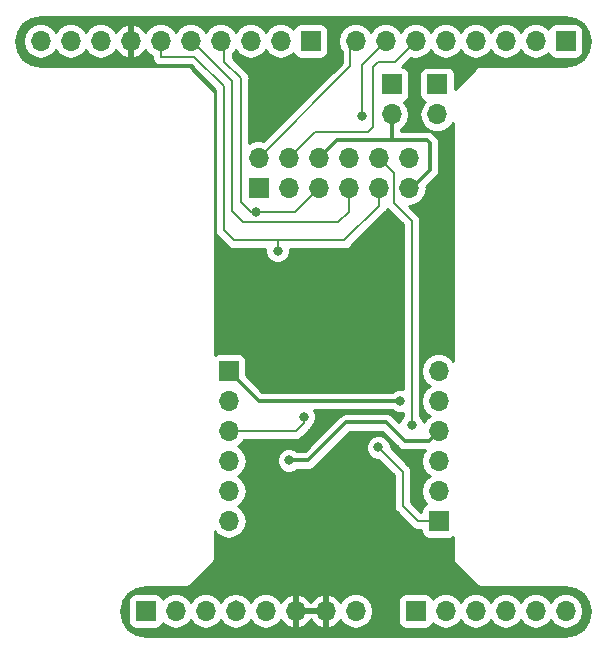
<source format=gbl>
G04 #@! TF.GenerationSoftware,KiCad,Pcbnew,(2018-01-23 revision c95c77c51)-master*
G04 #@! TF.CreationDate,2018-01-29T11:30:05+01:00*
G04 #@! TF.ProjectId,rpi_mrf_radio_shield,7270695F6D72665F726164696F5F7368,rev?*
G04 #@! TF.SameCoordinates,Original*
G04 #@! TF.FileFunction,Copper,L2,Bot,Signal*
G04 #@! TF.FilePolarity,Positive*
%FSLAX46Y46*%
G04 Gerber Fmt 4.6, Leading zero omitted, Abs format (unit mm)*
G04 Created by KiCad (PCBNEW (2018-01-23 revision c95c77c51)-master) date Mon Jan 29 11:30:05 2018*
%MOMM*%
%LPD*%
G01*
G04 APERTURE LIST*
%ADD10R,1.700000X1.700000*%
%ADD11O,1.700000X1.700000*%
%ADD12C,0.685800*%
%ADD13C,0.800000*%
%ADD14C,0.203200*%
%ADD15C,0.304800*%
%ADD16C,0.254000*%
G04 APERTURE END LIST*
D10*
X162001100Y-136113600D03*
D11*
X164541100Y-136113600D03*
X167081100Y-136113600D03*
X169621100Y-136113600D03*
X172161100Y-136113600D03*
X174701100Y-136113600D03*
D10*
X146176900Y-115793600D03*
D11*
X146176900Y-118333600D03*
X146176900Y-120873600D03*
X146176900Y-123413600D03*
X146176900Y-125953600D03*
X146176900Y-128493600D03*
X163956900Y-115793600D03*
X163956900Y-118333600D03*
X163956900Y-120873600D03*
X163956900Y-123413600D03*
X163956900Y-125953600D03*
D10*
X163956900Y-128493600D03*
D11*
X159969100Y-94076600D03*
D10*
X159969100Y-91536600D03*
X139141100Y-136113600D03*
D11*
X141681100Y-136113600D03*
X144221100Y-136113600D03*
X146761100Y-136113600D03*
X149301100Y-136113600D03*
X151841100Y-136113600D03*
X154381100Y-136113600D03*
X156921100Y-136113600D03*
D10*
X153111100Y-87853600D03*
D11*
X150571100Y-87853600D03*
X148031100Y-87853600D03*
X145491100Y-87853600D03*
X142951100Y-87853600D03*
X140411100Y-87853600D03*
X137871100Y-87853600D03*
X135331100Y-87853600D03*
X132791100Y-87853600D03*
X130251100Y-87853600D03*
D10*
X174701100Y-87853600D03*
D11*
X172161100Y-87853600D03*
X169621100Y-87853600D03*
X167081100Y-87853600D03*
X164541100Y-87853600D03*
X162001100Y-87853600D03*
X159461100Y-87853600D03*
X156921100Y-87853600D03*
D10*
X148729600Y-100299600D03*
D11*
X148729600Y-97759600D03*
X151269600Y-100299600D03*
X151269600Y-97759600D03*
X153809600Y-100299600D03*
X153809600Y-97759600D03*
X156349600Y-100299600D03*
X156349600Y-97759600D03*
X158889600Y-100299600D03*
X158889600Y-97759600D03*
X161429600Y-100299600D03*
X161429600Y-97759600D03*
X163829900Y-94076600D03*
D10*
X163829900Y-91536600D03*
D12*
X160181210Y-105760600D03*
X160524100Y-110967600D03*
X154605900Y-120238600D03*
X155240900Y-124429600D03*
X164384900Y-132760800D03*
X163829900Y-111983600D03*
D13*
X158847700Y-122270600D03*
X151278500Y-123362800D03*
D12*
X163829900Y-105379600D03*
X163829900Y-102204600D03*
X159384900Y-136240600D03*
X149932300Y-127503000D03*
X146430900Y-131287600D03*
X158368900Y-127858600D03*
X145922900Y-111602600D03*
X145922900Y-108427600D03*
X154685900Y-112745600D03*
X156590900Y-106903600D03*
X153415900Y-106014600D03*
X160625700Y-113710800D03*
X152526900Y-107665600D03*
X145922900Y-106141600D03*
X155905100Y-110967600D03*
D13*
X161670900Y-120365600D03*
X152526900Y-119673410D03*
X157429100Y-94203600D03*
X148475598Y-102331600D03*
X150317100Y-105633600D03*
X160654894Y-118333600D03*
D14*
X162200500Y-128493600D02*
X160905100Y-127198200D01*
X160905100Y-127198200D02*
X160905100Y-124328000D01*
X163956900Y-128493600D02*
X162200500Y-128493600D01*
X160905100Y-124328000D02*
X158847700Y-122270600D01*
D15*
X163956900Y-120873600D02*
X163106901Y-121723599D01*
X163106901Y-121723599D02*
X161096793Y-121723599D01*
X161096793Y-121723599D02*
X159521793Y-120148599D01*
X159521793Y-120148599D02*
X156150586Y-120148599D01*
X151844185Y-123362800D02*
X151278500Y-123362800D01*
X156150586Y-120148599D02*
X152936385Y-123362800D01*
X152936385Y-123362800D02*
X151844185Y-123362800D01*
X146761100Y-136113600D02*
X146761100Y-135373200D01*
D14*
X158889600Y-97759600D02*
X160159600Y-99029600D01*
X160159600Y-99029600D02*
X160159600Y-101569600D01*
X160159600Y-101569600D02*
X161670900Y-103080900D01*
X161670900Y-119799915D02*
X161670900Y-120365600D01*
X161670900Y-103080900D02*
X161670900Y-119799915D01*
X151891900Y-120873600D02*
X152526900Y-120238600D01*
X152526900Y-120238600D02*
X152526900Y-119673410D01*
X146176900Y-120873600D02*
X151891900Y-120873600D01*
X157429100Y-93637915D02*
X157429100Y-94203600D01*
X157429100Y-89885600D02*
X157429100Y-93637915D01*
X159461100Y-87853600D02*
X157429100Y-89885600D01*
X156476600Y-90012600D02*
X156476600Y-88298100D01*
X148729600Y-97759600D02*
X156476600Y-90012600D01*
X156476600Y-88298100D02*
X156921100Y-87853600D01*
X145796000Y-88158500D02*
X145796000Y-89598500D01*
X148031100Y-102331600D02*
X148475598Y-102331600D01*
X145491100Y-87853600D02*
X145796000Y-88158500D01*
X145796000Y-89598500D02*
X147205600Y-91008100D01*
X147205600Y-101506100D02*
X148031100Y-102331600D01*
X147205600Y-91008100D02*
X147205600Y-101506100D01*
X153809600Y-100299600D02*
X151777600Y-102331600D01*
X149041283Y-102331600D02*
X148475598Y-102331600D01*
X151777600Y-102331600D02*
X149041283Y-102331600D01*
X155968600Y-104744600D02*
X158889600Y-101823600D01*
X150317100Y-104744600D02*
X155968600Y-104744600D01*
X158889600Y-101823600D02*
X158889600Y-100299600D01*
X146634100Y-104744600D02*
X145745100Y-103855600D01*
X145745100Y-91663600D02*
X143255900Y-89174400D01*
X150317100Y-104744600D02*
X146634100Y-104744600D01*
X145745100Y-103855600D02*
X145745100Y-91663600D01*
X143255900Y-89174400D02*
X140411100Y-89174400D01*
X140411100Y-89174400D02*
X140411100Y-87853600D01*
X150317100Y-105633600D02*
X150317100Y-104744600D01*
X155460600Y-103220600D02*
X156349600Y-102331600D01*
X147396100Y-103220600D02*
X155460600Y-103220600D01*
X146443600Y-102268100D02*
X147396100Y-103220600D01*
X146443600Y-91244500D02*
X146443600Y-102268100D01*
X142951100Y-87853600D02*
X143052700Y-87853600D01*
X143052700Y-87853600D02*
X146443600Y-91244500D01*
X156349600Y-102331600D02*
X156349600Y-100299600D01*
X158000600Y-95537100D02*
X153492100Y-95537100D01*
X158381600Y-95156100D02*
X158000600Y-95537100D01*
X158381600Y-90076100D02*
X158381600Y-95156100D01*
X158826100Y-89631600D02*
X158381600Y-90076100D01*
X162001100Y-87853600D02*
X160223100Y-89631600D01*
X160223100Y-89631600D02*
X158826100Y-89631600D01*
X153492100Y-95537100D02*
X151269600Y-97759600D01*
X140563500Y-87853600D02*
X140411100Y-87853600D01*
X143078100Y-87853600D02*
X142951100Y-87853600D01*
D15*
X159969100Y-96235600D02*
X159969100Y-94076600D01*
X148716900Y-118333600D02*
X160019900Y-118333600D01*
X160019900Y-118333600D02*
X160654894Y-118333600D01*
X146176900Y-115793600D02*
X148716900Y-118333600D01*
X155333600Y-96235600D02*
X159969100Y-96235600D01*
X159969100Y-96235600D02*
X162953600Y-96235600D01*
X153809600Y-97759600D02*
X155333600Y-96235600D01*
X162953600Y-96235600D02*
X163207600Y-96489600D01*
X163207600Y-96489600D02*
X163207600Y-98775600D01*
X163207600Y-98775600D02*
X161683600Y-100299600D01*
X161683600Y-100299600D02*
X161429600Y-100299600D01*
D16*
G36*
X160068614Y-119211031D02*
X160449020Y-119368600D01*
X160860768Y-119368600D01*
X160934301Y-119338142D01*
X160934301Y-119638488D01*
X160793469Y-119779320D01*
X160638996Y-120152251D01*
X160133409Y-119646664D01*
X160089477Y-119580915D01*
X159829021Y-119406884D01*
X159599345Y-119361199D01*
X159599344Y-119361199D01*
X159521793Y-119345773D01*
X159444242Y-119361199D01*
X156228137Y-119361199D01*
X156150586Y-119345773D01*
X156073035Y-119361199D01*
X156073034Y-119361199D01*
X155843358Y-119406884D01*
X155582902Y-119580915D01*
X155538972Y-119646661D01*
X152610234Y-122575400D01*
X151954811Y-122575400D01*
X151864780Y-122485369D01*
X151484374Y-122327800D01*
X151072626Y-122327800D01*
X150692220Y-122485369D01*
X150401069Y-122776520D01*
X150243500Y-123156926D01*
X150243500Y-123568674D01*
X150401069Y-123949080D01*
X150692220Y-124240231D01*
X151072626Y-124397800D01*
X151484374Y-124397800D01*
X151864780Y-124240231D01*
X151954811Y-124150200D01*
X152858834Y-124150200D01*
X152936385Y-124165626D01*
X153013936Y-124150200D01*
X153013937Y-124150200D01*
X153243613Y-124104515D01*
X153504069Y-123930484D01*
X153548001Y-123864735D01*
X156476738Y-120935999D01*
X159195642Y-120935999D01*
X160485179Y-122225537D01*
X160529109Y-122291283D01*
X160789565Y-122465314D01*
X161019241Y-122510999D01*
X161096792Y-122526425D01*
X161174343Y-122510999D01*
X162774005Y-122510999D01*
X162558061Y-122834182D01*
X162442808Y-123413600D01*
X162558061Y-123993018D01*
X162886275Y-124484225D01*
X163184661Y-124683600D01*
X162886275Y-124882975D01*
X162558061Y-125374182D01*
X162442808Y-125953600D01*
X162558061Y-126533018D01*
X162886275Y-127024225D01*
X162904519Y-127036416D01*
X162859135Y-127045443D01*
X162649091Y-127185791D01*
X162508743Y-127395835D01*
X162459460Y-127643600D01*
X162459460Y-127710850D01*
X161641700Y-126893091D01*
X161641700Y-124400540D01*
X161656129Y-124328000D01*
X161641700Y-124255459D01*
X161641700Y-124255456D01*
X161598961Y-124040593D01*
X161537814Y-123949080D01*
X161477251Y-123858441D01*
X161477249Y-123858439D01*
X161436158Y-123796942D01*
X161374660Y-123755850D01*
X159882700Y-122263891D01*
X159882700Y-122064726D01*
X159725131Y-121684320D01*
X159433980Y-121393169D01*
X159053574Y-121235600D01*
X158641826Y-121235600D01*
X158261420Y-121393169D01*
X157970269Y-121684320D01*
X157812700Y-122064726D01*
X157812700Y-122476474D01*
X157970269Y-122856880D01*
X158261420Y-123148031D01*
X158641826Y-123305600D01*
X158840991Y-123305600D01*
X160168501Y-124633111D01*
X160168500Y-127125660D01*
X160154071Y-127198200D01*
X160168500Y-127270740D01*
X160168500Y-127270743D01*
X160211239Y-127485606D01*
X160374042Y-127729258D01*
X160435542Y-127770351D01*
X161628350Y-128963160D01*
X161669442Y-129024658D01*
X161730939Y-129065749D01*
X161730941Y-129065751D01*
X161913093Y-129187461D01*
X162127956Y-129230200D01*
X162127959Y-129230200D01*
X162200499Y-129244629D01*
X162273040Y-129230200D01*
X162459460Y-129230200D01*
X162459460Y-129343600D01*
X162508743Y-129591365D01*
X162649091Y-129801409D01*
X162859135Y-129941757D01*
X163106900Y-129991040D01*
X164806900Y-129991040D01*
X165054665Y-129941757D01*
X165152001Y-129876719D01*
X165152001Y-130549574D01*
X165152000Y-131565575D01*
X165138091Y-131635500D01*
X165152000Y-131705424D01*
X165152000Y-131705425D01*
X165193195Y-131912527D01*
X165350119Y-132147380D01*
X165409402Y-132186992D01*
X167025008Y-133802599D01*
X167064619Y-133861881D01*
X167299472Y-134018805D01*
X167506574Y-134060000D01*
X167506578Y-134060000D01*
X167576499Y-134073908D01*
X167646420Y-134060000D01*
X174618569Y-134060000D01*
X175480690Y-134231486D01*
X176152275Y-134680225D01*
X176601013Y-135351809D01*
X176758590Y-136144000D01*
X176601013Y-136936191D01*
X176152275Y-137607775D01*
X175480690Y-138056514D01*
X174618569Y-138228000D01*
X139198431Y-138228000D01*
X138336309Y-138056513D01*
X137664725Y-137607775D01*
X137215986Y-136936190D01*
X137058410Y-136144000D01*
X137215986Y-135351810D01*
X137274926Y-135263600D01*
X137643660Y-135263600D01*
X137643660Y-136963600D01*
X137692943Y-137211365D01*
X137833291Y-137421409D01*
X138043335Y-137561757D01*
X138291100Y-137611040D01*
X139991100Y-137611040D01*
X140238865Y-137561757D01*
X140448909Y-137421409D01*
X140589257Y-137211365D01*
X140598284Y-137165981D01*
X140610475Y-137184225D01*
X141101682Y-137512439D01*
X141534844Y-137598600D01*
X141827356Y-137598600D01*
X142260518Y-137512439D01*
X142751725Y-137184225D01*
X142951100Y-136885839D01*
X143150475Y-137184225D01*
X143641682Y-137512439D01*
X144074844Y-137598600D01*
X144367356Y-137598600D01*
X144800518Y-137512439D01*
X145291725Y-137184225D01*
X145491100Y-136885839D01*
X145690475Y-137184225D01*
X146181682Y-137512439D01*
X146614844Y-137598600D01*
X146907356Y-137598600D01*
X147340518Y-137512439D01*
X147831725Y-137184225D01*
X148031100Y-136885839D01*
X148230475Y-137184225D01*
X148721682Y-137512439D01*
X149154844Y-137598600D01*
X149447356Y-137598600D01*
X149880518Y-137512439D01*
X150371725Y-137184225D01*
X150584943Y-136865122D01*
X150645917Y-136994958D01*
X151074176Y-137385245D01*
X151484210Y-137555076D01*
X151714100Y-137433755D01*
X151714100Y-136240600D01*
X151968100Y-136240600D01*
X151968100Y-137433755D01*
X152197990Y-137555076D01*
X152608024Y-137385245D01*
X153036283Y-136994958D01*
X153111100Y-136835646D01*
X153185917Y-136994958D01*
X153614176Y-137385245D01*
X154024210Y-137555076D01*
X154254100Y-137433755D01*
X154254100Y-136240600D01*
X151968100Y-136240600D01*
X151714100Y-136240600D01*
X151694100Y-136240600D01*
X151694100Y-135986600D01*
X151714100Y-135986600D01*
X151714100Y-134793445D01*
X151968100Y-134793445D01*
X151968100Y-135986600D01*
X154254100Y-135986600D01*
X154254100Y-134793445D01*
X154508100Y-134793445D01*
X154508100Y-135986600D01*
X154528100Y-135986600D01*
X154528100Y-136240600D01*
X154508100Y-136240600D01*
X154508100Y-137433755D01*
X154737990Y-137555076D01*
X155148024Y-137385245D01*
X155576283Y-136994958D01*
X155637257Y-136865122D01*
X155850475Y-137184225D01*
X156341682Y-137512439D01*
X156774844Y-137598600D01*
X157067356Y-137598600D01*
X157500518Y-137512439D01*
X157991725Y-137184225D01*
X158319939Y-136693018D01*
X158435192Y-136113600D01*
X158319939Y-135534182D01*
X158139142Y-135263600D01*
X160503660Y-135263600D01*
X160503660Y-136963600D01*
X160552943Y-137211365D01*
X160693291Y-137421409D01*
X160903335Y-137561757D01*
X161151100Y-137611040D01*
X162851100Y-137611040D01*
X163098865Y-137561757D01*
X163308909Y-137421409D01*
X163449257Y-137211365D01*
X163458284Y-137165981D01*
X163470475Y-137184225D01*
X163961682Y-137512439D01*
X164394844Y-137598600D01*
X164687356Y-137598600D01*
X165120518Y-137512439D01*
X165611725Y-137184225D01*
X165811100Y-136885839D01*
X166010475Y-137184225D01*
X166501682Y-137512439D01*
X166934844Y-137598600D01*
X167227356Y-137598600D01*
X167660518Y-137512439D01*
X168151725Y-137184225D01*
X168351100Y-136885839D01*
X168550475Y-137184225D01*
X169041682Y-137512439D01*
X169474844Y-137598600D01*
X169767356Y-137598600D01*
X170200518Y-137512439D01*
X170691725Y-137184225D01*
X170891100Y-136885839D01*
X171090475Y-137184225D01*
X171581682Y-137512439D01*
X172014844Y-137598600D01*
X172307356Y-137598600D01*
X172740518Y-137512439D01*
X173231725Y-137184225D01*
X173431100Y-136885839D01*
X173630475Y-137184225D01*
X174121682Y-137512439D01*
X174554844Y-137598600D01*
X174847356Y-137598600D01*
X175280518Y-137512439D01*
X175771725Y-137184225D01*
X176099939Y-136693018D01*
X176215192Y-136113600D01*
X176099939Y-135534182D01*
X175771725Y-135042975D01*
X175280518Y-134714761D01*
X174847356Y-134628600D01*
X174554844Y-134628600D01*
X174121682Y-134714761D01*
X173630475Y-135042975D01*
X173431100Y-135341361D01*
X173231725Y-135042975D01*
X172740518Y-134714761D01*
X172307356Y-134628600D01*
X172014844Y-134628600D01*
X171581682Y-134714761D01*
X171090475Y-135042975D01*
X170891100Y-135341361D01*
X170691725Y-135042975D01*
X170200518Y-134714761D01*
X169767356Y-134628600D01*
X169474844Y-134628600D01*
X169041682Y-134714761D01*
X168550475Y-135042975D01*
X168351100Y-135341361D01*
X168151725Y-135042975D01*
X167660518Y-134714761D01*
X167227356Y-134628600D01*
X166934844Y-134628600D01*
X166501682Y-134714761D01*
X166010475Y-135042975D01*
X165811100Y-135341361D01*
X165611725Y-135042975D01*
X165120518Y-134714761D01*
X164687356Y-134628600D01*
X164394844Y-134628600D01*
X163961682Y-134714761D01*
X163470475Y-135042975D01*
X163458284Y-135061219D01*
X163449257Y-135015835D01*
X163308909Y-134805791D01*
X163098865Y-134665443D01*
X162851100Y-134616160D01*
X161151100Y-134616160D01*
X160903335Y-134665443D01*
X160693291Y-134805791D01*
X160552943Y-135015835D01*
X160503660Y-135263600D01*
X158139142Y-135263600D01*
X157991725Y-135042975D01*
X157500518Y-134714761D01*
X157067356Y-134628600D01*
X156774844Y-134628600D01*
X156341682Y-134714761D01*
X155850475Y-135042975D01*
X155637257Y-135362078D01*
X155576283Y-135232242D01*
X155148024Y-134841955D01*
X154737990Y-134672124D01*
X154508100Y-134793445D01*
X154254100Y-134793445D01*
X154024210Y-134672124D01*
X153614176Y-134841955D01*
X153185917Y-135232242D01*
X153111100Y-135391554D01*
X153036283Y-135232242D01*
X152608024Y-134841955D01*
X152197990Y-134672124D01*
X151968100Y-134793445D01*
X151714100Y-134793445D01*
X151484210Y-134672124D01*
X151074176Y-134841955D01*
X150645917Y-135232242D01*
X150584943Y-135362078D01*
X150371725Y-135042975D01*
X149880518Y-134714761D01*
X149447356Y-134628600D01*
X149154844Y-134628600D01*
X148721682Y-134714761D01*
X148230475Y-135042975D01*
X148031100Y-135341361D01*
X147831725Y-135042975D01*
X147340518Y-134714761D01*
X147130413Y-134672969D01*
X147068328Y-134631485D01*
X146761100Y-134570374D01*
X146453873Y-134631485D01*
X146391789Y-134672968D01*
X146181682Y-134714761D01*
X145690475Y-135042975D01*
X145491100Y-135341361D01*
X145291725Y-135042975D01*
X144800518Y-134714761D01*
X144367356Y-134628600D01*
X144074844Y-134628600D01*
X143641682Y-134714761D01*
X143150475Y-135042975D01*
X142951100Y-135341361D01*
X142751725Y-135042975D01*
X142260518Y-134714761D01*
X141827356Y-134628600D01*
X141534844Y-134628600D01*
X141101682Y-134714761D01*
X140610475Y-135042975D01*
X140598284Y-135061219D01*
X140589257Y-135015835D01*
X140448909Y-134805791D01*
X140238865Y-134665443D01*
X139991100Y-134616160D01*
X138291100Y-134616160D01*
X138043335Y-134665443D01*
X137833291Y-134805791D01*
X137692943Y-135015835D01*
X137643660Y-135263600D01*
X137274926Y-135263600D01*
X137664725Y-134680225D01*
X138336309Y-134231487D01*
X139198431Y-134060000D01*
X142487576Y-134060000D01*
X142557500Y-134073909D01*
X142627424Y-134060000D01*
X142627426Y-134060000D01*
X142834528Y-134018805D01*
X143069381Y-133861881D01*
X143108994Y-133802596D01*
X144724601Y-132186990D01*
X144783880Y-132147381D01*
X144940805Y-131912528D01*
X144982000Y-131705426D01*
X144982000Y-131705422D01*
X144995908Y-131635501D01*
X144982000Y-131565580D01*
X144982000Y-129378234D01*
X145106275Y-129564225D01*
X145597482Y-129892439D01*
X146030644Y-129978600D01*
X146323156Y-129978600D01*
X146756318Y-129892439D01*
X147247525Y-129564225D01*
X147575739Y-129073018D01*
X147690992Y-128493600D01*
X147575739Y-127914182D01*
X147247525Y-127422975D01*
X146949139Y-127223600D01*
X147247525Y-127024225D01*
X147575739Y-126533018D01*
X147690992Y-125953600D01*
X147575739Y-125374182D01*
X147247525Y-124882975D01*
X146949139Y-124683600D01*
X147247525Y-124484225D01*
X147575739Y-123993018D01*
X147690992Y-123413600D01*
X147575739Y-122834182D01*
X147247525Y-122342975D01*
X146949139Y-122143600D01*
X147247525Y-121944225D01*
X147470713Y-121610200D01*
X151819360Y-121610200D01*
X151891900Y-121624629D01*
X151964440Y-121610200D01*
X151964444Y-121610200D01*
X152179307Y-121567461D01*
X152422958Y-121404658D01*
X152464051Y-121343158D01*
X152996461Y-120810749D01*
X153057958Y-120769658D01*
X153099049Y-120708161D01*
X153099051Y-120708159D01*
X153220761Y-120526007D01*
X153227172Y-120493776D01*
X153241307Y-120422714D01*
X153404331Y-120259690D01*
X153561900Y-119879284D01*
X153561900Y-119467536D01*
X153418360Y-119121000D01*
X159978583Y-119121000D01*
X160068614Y-119211031D01*
X160068614Y-119211031D01*
G37*
X160068614Y-119211031D02*
X160449020Y-119368600D01*
X160860768Y-119368600D01*
X160934301Y-119338142D01*
X160934301Y-119638488D01*
X160793469Y-119779320D01*
X160638996Y-120152251D01*
X160133409Y-119646664D01*
X160089477Y-119580915D01*
X159829021Y-119406884D01*
X159599345Y-119361199D01*
X159599344Y-119361199D01*
X159521793Y-119345773D01*
X159444242Y-119361199D01*
X156228137Y-119361199D01*
X156150586Y-119345773D01*
X156073035Y-119361199D01*
X156073034Y-119361199D01*
X155843358Y-119406884D01*
X155582902Y-119580915D01*
X155538972Y-119646661D01*
X152610234Y-122575400D01*
X151954811Y-122575400D01*
X151864780Y-122485369D01*
X151484374Y-122327800D01*
X151072626Y-122327800D01*
X150692220Y-122485369D01*
X150401069Y-122776520D01*
X150243500Y-123156926D01*
X150243500Y-123568674D01*
X150401069Y-123949080D01*
X150692220Y-124240231D01*
X151072626Y-124397800D01*
X151484374Y-124397800D01*
X151864780Y-124240231D01*
X151954811Y-124150200D01*
X152858834Y-124150200D01*
X152936385Y-124165626D01*
X153013936Y-124150200D01*
X153013937Y-124150200D01*
X153243613Y-124104515D01*
X153504069Y-123930484D01*
X153548001Y-123864735D01*
X156476738Y-120935999D01*
X159195642Y-120935999D01*
X160485179Y-122225537D01*
X160529109Y-122291283D01*
X160789565Y-122465314D01*
X161019241Y-122510999D01*
X161096792Y-122526425D01*
X161174343Y-122510999D01*
X162774005Y-122510999D01*
X162558061Y-122834182D01*
X162442808Y-123413600D01*
X162558061Y-123993018D01*
X162886275Y-124484225D01*
X163184661Y-124683600D01*
X162886275Y-124882975D01*
X162558061Y-125374182D01*
X162442808Y-125953600D01*
X162558061Y-126533018D01*
X162886275Y-127024225D01*
X162904519Y-127036416D01*
X162859135Y-127045443D01*
X162649091Y-127185791D01*
X162508743Y-127395835D01*
X162459460Y-127643600D01*
X162459460Y-127710850D01*
X161641700Y-126893091D01*
X161641700Y-124400540D01*
X161656129Y-124328000D01*
X161641700Y-124255459D01*
X161641700Y-124255456D01*
X161598961Y-124040593D01*
X161537814Y-123949080D01*
X161477251Y-123858441D01*
X161477249Y-123858439D01*
X161436158Y-123796942D01*
X161374660Y-123755850D01*
X159882700Y-122263891D01*
X159882700Y-122064726D01*
X159725131Y-121684320D01*
X159433980Y-121393169D01*
X159053574Y-121235600D01*
X158641826Y-121235600D01*
X158261420Y-121393169D01*
X157970269Y-121684320D01*
X157812700Y-122064726D01*
X157812700Y-122476474D01*
X157970269Y-122856880D01*
X158261420Y-123148031D01*
X158641826Y-123305600D01*
X158840991Y-123305600D01*
X160168501Y-124633111D01*
X160168500Y-127125660D01*
X160154071Y-127198200D01*
X160168500Y-127270740D01*
X160168500Y-127270743D01*
X160211239Y-127485606D01*
X160374042Y-127729258D01*
X160435542Y-127770351D01*
X161628350Y-128963160D01*
X161669442Y-129024658D01*
X161730939Y-129065749D01*
X161730941Y-129065751D01*
X161913093Y-129187461D01*
X162127956Y-129230200D01*
X162127959Y-129230200D01*
X162200499Y-129244629D01*
X162273040Y-129230200D01*
X162459460Y-129230200D01*
X162459460Y-129343600D01*
X162508743Y-129591365D01*
X162649091Y-129801409D01*
X162859135Y-129941757D01*
X163106900Y-129991040D01*
X164806900Y-129991040D01*
X165054665Y-129941757D01*
X165152001Y-129876719D01*
X165152001Y-130549574D01*
X165152000Y-131565575D01*
X165138091Y-131635500D01*
X165152000Y-131705424D01*
X165152000Y-131705425D01*
X165193195Y-131912527D01*
X165350119Y-132147380D01*
X165409402Y-132186992D01*
X167025008Y-133802599D01*
X167064619Y-133861881D01*
X167299472Y-134018805D01*
X167506574Y-134060000D01*
X167506578Y-134060000D01*
X167576499Y-134073908D01*
X167646420Y-134060000D01*
X174618569Y-134060000D01*
X175480690Y-134231486D01*
X176152275Y-134680225D01*
X176601013Y-135351809D01*
X176758590Y-136144000D01*
X176601013Y-136936191D01*
X176152275Y-137607775D01*
X175480690Y-138056514D01*
X174618569Y-138228000D01*
X139198431Y-138228000D01*
X138336309Y-138056513D01*
X137664725Y-137607775D01*
X137215986Y-136936190D01*
X137058410Y-136144000D01*
X137215986Y-135351810D01*
X137274926Y-135263600D01*
X137643660Y-135263600D01*
X137643660Y-136963600D01*
X137692943Y-137211365D01*
X137833291Y-137421409D01*
X138043335Y-137561757D01*
X138291100Y-137611040D01*
X139991100Y-137611040D01*
X140238865Y-137561757D01*
X140448909Y-137421409D01*
X140589257Y-137211365D01*
X140598284Y-137165981D01*
X140610475Y-137184225D01*
X141101682Y-137512439D01*
X141534844Y-137598600D01*
X141827356Y-137598600D01*
X142260518Y-137512439D01*
X142751725Y-137184225D01*
X142951100Y-136885839D01*
X143150475Y-137184225D01*
X143641682Y-137512439D01*
X144074844Y-137598600D01*
X144367356Y-137598600D01*
X144800518Y-137512439D01*
X145291725Y-137184225D01*
X145491100Y-136885839D01*
X145690475Y-137184225D01*
X146181682Y-137512439D01*
X146614844Y-137598600D01*
X146907356Y-137598600D01*
X147340518Y-137512439D01*
X147831725Y-137184225D01*
X148031100Y-136885839D01*
X148230475Y-137184225D01*
X148721682Y-137512439D01*
X149154844Y-137598600D01*
X149447356Y-137598600D01*
X149880518Y-137512439D01*
X150371725Y-137184225D01*
X150584943Y-136865122D01*
X150645917Y-136994958D01*
X151074176Y-137385245D01*
X151484210Y-137555076D01*
X151714100Y-137433755D01*
X151714100Y-136240600D01*
X151968100Y-136240600D01*
X151968100Y-137433755D01*
X152197990Y-137555076D01*
X152608024Y-137385245D01*
X153036283Y-136994958D01*
X153111100Y-136835646D01*
X153185917Y-136994958D01*
X153614176Y-137385245D01*
X154024210Y-137555076D01*
X154254100Y-137433755D01*
X154254100Y-136240600D01*
X151968100Y-136240600D01*
X151714100Y-136240600D01*
X151694100Y-136240600D01*
X151694100Y-135986600D01*
X151714100Y-135986600D01*
X151714100Y-134793445D01*
X151968100Y-134793445D01*
X151968100Y-135986600D01*
X154254100Y-135986600D01*
X154254100Y-134793445D01*
X154508100Y-134793445D01*
X154508100Y-135986600D01*
X154528100Y-135986600D01*
X154528100Y-136240600D01*
X154508100Y-136240600D01*
X154508100Y-137433755D01*
X154737990Y-137555076D01*
X155148024Y-137385245D01*
X155576283Y-136994958D01*
X155637257Y-136865122D01*
X155850475Y-137184225D01*
X156341682Y-137512439D01*
X156774844Y-137598600D01*
X157067356Y-137598600D01*
X157500518Y-137512439D01*
X157991725Y-137184225D01*
X158319939Y-136693018D01*
X158435192Y-136113600D01*
X158319939Y-135534182D01*
X158139142Y-135263600D01*
X160503660Y-135263600D01*
X160503660Y-136963600D01*
X160552943Y-137211365D01*
X160693291Y-137421409D01*
X160903335Y-137561757D01*
X161151100Y-137611040D01*
X162851100Y-137611040D01*
X163098865Y-137561757D01*
X163308909Y-137421409D01*
X163449257Y-137211365D01*
X163458284Y-137165981D01*
X163470475Y-137184225D01*
X163961682Y-137512439D01*
X164394844Y-137598600D01*
X164687356Y-137598600D01*
X165120518Y-137512439D01*
X165611725Y-137184225D01*
X165811100Y-136885839D01*
X166010475Y-137184225D01*
X166501682Y-137512439D01*
X166934844Y-137598600D01*
X167227356Y-137598600D01*
X167660518Y-137512439D01*
X168151725Y-137184225D01*
X168351100Y-136885839D01*
X168550475Y-137184225D01*
X169041682Y-137512439D01*
X169474844Y-137598600D01*
X169767356Y-137598600D01*
X170200518Y-137512439D01*
X170691725Y-137184225D01*
X170891100Y-136885839D01*
X171090475Y-137184225D01*
X171581682Y-137512439D01*
X172014844Y-137598600D01*
X172307356Y-137598600D01*
X172740518Y-137512439D01*
X173231725Y-137184225D01*
X173431100Y-136885839D01*
X173630475Y-137184225D01*
X174121682Y-137512439D01*
X174554844Y-137598600D01*
X174847356Y-137598600D01*
X175280518Y-137512439D01*
X175771725Y-137184225D01*
X176099939Y-136693018D01*
X176215192Y-136113600D01*
X176099939Y-135534182D01*
X175771725Y-135042975D01*
X175280518Y-134714761D01*
X174847356Y-134628600D01*
X174554844Y-134628600D01*
X174121682Y-134714761D01*
X173630475Y-135042975D01*
X173431100Y-135341361D01*
X173231725Y-135042975D01*
X172740518Y-134714761D01*
X172307356Y-134628600D01*
X172014844Y-134628600D01*
X171581682Y-134714761D01*
X171090475Y-135042975D01*
X170891100Y-135341361D01*
X170691725Y-135042975D01*
X170200518Y-134714761D01*
X169767356Y-134628600D01*
X169474844Y-134628600D01*
X169041682Y-134714761D01*
X168550475Y-135042975D01*
X168351100Y-135341361D01*
X168151725Y-135042975D01*
X167660518Y-134714761D01*
X167227356Y-134628600D01*
X166934844Y-134628600D01*
X166501682Y-134714761D01*
X166010475Y-135042975D01*
X165811100Y-135341361D01*
X165611725Y-135042975D01*
X165120518Y-134714761D01*
X164687356Y-134628600D01*
X164394844Y-134628600D01*
X163961682Y-134714761D01*
X163470475Y-135042975D01*
X163458284Y-135061219D01*
X163449257Y-135015835D01*
X163308909Y-134805791D01*
X163098865Y-134665443D01*
X162851100Y-134616160D01*
X161151100Y-134616160D01*
X160903335Y-134665443D01*
X160693291Y-134805791D01*
X160552943Y-135015835D01*
X160503660Y-135263600D01*
X158139142Y-135263600D01*
X157991725Y-135042975D01*
X157500518Y-134714761D01*
X157067356Y-134628600D01*
X156774844Y-134628600D01*
X156341682Y-134714761D01*
X155850475Y-135042975D01*
X155637257Y-135362078D01*
X155576283Y-135232242D01*
X155148024Y-134841955D01*
X154737990Y-134672124D01*
X154508100Y-134793445D01*
X154254100Y-134793445D01*
X154024210Y-134672124D01*
X153614176Y-134841955D01*
X153185917Y-135232242D01*
X153111100Y-135391554D01*
X153036283Y-135232242D01*
X152608024Y-134841955D01*
X152197990Y-134672124D01*
X151968100Y-134793445D01*
X151714100Y-134793445D01*
X151484210Y-134672124D01*
X151074176Y-134841955D01*
X150645917Y-135232242D01*
X150584943Y-135362078D01*
X150371725Y-135042975D01*
X149880518Y-134714761D01*
X149447356Y-134628600D01*
X149154844Y-134628600D01*
X148721682Y-134714761D01*
X148230475Y-135042975D01*
X148031100Y-135341361D01*
X147831725Y-135042975D01*
X147340518Y-134714761D01*
X147130413Y-134672969D01*
X147068328Y-134631485D01*
X146761100Y-134570374D01*
X146453873Y-134631485D01*
X146391789Y-134672968D01*
X146181682Y-134714761D01*
X145690475Y-135042975D01*
X145491100Y-135341361D01*
X145291725Y-135042975D01*
X144800518Y-134714761D01*
X144367356Y-134628600D01*
X144074844Y-134628600D01*
X143641682Y-134714761D01*
X143150475Y-135042975D01*
X142951100Y-135341361D01*
X142751725Y-135042975D01*
X142260518Y-134714761D01*
X141827356Y-134628600D01*
X141534844Y-134628600D01*
X141101682Y-134714761D01*
X140610475Y-135042975D01*
X140598284Y-135061219D01*
X140589257Y-135015835D01*
X140448909Y-134805791D01*
X140238865Y-134665443D01*
X139991100Y-134616160D01*
X138291100Y-134616160D01*
X138043335Y-134665443D01*
X137833291Y-134805791D01*
X137692943Y-135015835D01*
X137643660Y-135263600D01*
X137274926Y-135263600D01*
X137664725Y-134680225D01*
X138336309Y-134231487D01*
X139198431Y-134060000D01*
X142487576Y-134060000D01*
X142557500Y-134073909D01*
X142627424Y-134060000D01*
X142627426Y-134060000D01*
X142834528Y-134018805D01*
X143069381Y-133861881D01*
X143108994Y-133802596D01*
X144724601Y-132186990D01*
X144783880Y-132147381D01*
X144940805Y-131912528D01*
X144982000Y-131705426D01*
X144982000Y-131705422D01*
X144995908Y-131635501D01*
X144982000Y-131565580D01*
X144982000Y-129378234D01*
X145106275Y-129564225D01*
X145597482Y-129892439D01*
X146030644Y-129978600D01*
X146323156Y-129978600D01*
X146756318Y-129892439D01*
X147247525Y-129564225D01*
X147575739Y-129073018D01*
X147690992Y-128493600D01*
X147575739Y-127914182D01*
X147247525Y-127422975D01*
X146949139Y-127223600D01*
X147247525Y-127024225D01*
X147575739Y-126533018D01*
X147690992Y-125953600D01*
X147575739Y-125374182D01*
X147247525Y-124882975D01*
X146949139Y-124683600D01*
X147247525Y-124484225D01*
X147575739Y-123993018D01*
X147690992Y-123413600D01*
X147575739Y-122834182D01*
X147247525Y-122342975D01*
X146949139Y-122143600D01*
X147247525Y-121944225D01*
X147470713Y-121610200D01*
X151819360Y-121610200D01*
X151891900Y-121624629D01*
X151964440Y-121610200D01*
X151964444Y-121610200D01*
X152179307Y-121567461D01*
X152422958Y-121404658D01*
X152464051Y-121343158D01*
X152996461Y-120810749D01*
X153057958Y-120769658D01*
X153099049Y-120708161D01*
X153099051Y-120708159D01*
X153220761Y-120526007D01*
X153227172Y-120493776D01*
X153241307Y-120422714D01*
X153404331Y-120259690D01*
X153561900Y-119879284D01*
X153561900Y-119467536D01*
X153418360Y-119121000D01*
X159978583Y-119121000D01*
X160068614Y-119211031D01*
G36*
X175480690Y-85971486D02*
X176152275Y-86420225D01*
X176601013Y-87091809D01*
X176758590Y-87884000D01*
X176601013Y-88676191D01*
X176152275Y-89347775D01*
X175480690Y-89796514D01*
X174618569Y-89968000D01*
X167646420Y-89968000D01*
X167576499Y-89954092D01*
X167506578Y-89968000D01*
X167506574Y-89968000D01*
X167299472Y-90009195D01*
X167064619Y-90166119D01*
X167025008Y-90225401D01*
X165409402Y-91841008D01*
X165350119Y-91880620D01*
X165327340Y-91914711D01*
X165327340Y-90686600D01*
X165278057Y-90438835D01*
X165137709Y-90228791D01*
X164927665Y-90088443D01*
X164679900Y-90039160D01*
X162979900Y-90039160D01*
X162732135Y-90088443D01*
X162522091Y-90228791D01*
X162381743Y-90438835D01*
X162332460Y-90686600D01*
X162332460Y-92386600D01*
X162381743Y-92634365D01*
X162522091Y-92844409D01*
X162732135Y-92984757D01*
X162777519Y-92993784D01*
X162759275Y-93005975D01*
X162431061Y-93497182D01*
X162315808Y-94076600D01*
X162431061Y-94656018D01*
X162759275Y-95147225D01*
X163250482Y-95475439D01*
X163683644Y-95561600D01*
X163976156Y-95561600D01*
X164409318Y-95475439D01*
X164900525Y-95147225D01*
X165152000Y-94770866D01*
X165152001Y-114909266D01*
X165027525Y-114722975D01*
X164536318Y-114394761D01*
X164103156Y-114308600D01*
X163810644Y-114308600D01*
X163377482Y-114394761D01*
X162886275Y-114722975D01*
X162558061Y-115214182D01*
X162442808Y-115793600D01*
X162558061Y-116373018D01*
X162886275Y-116864225D01*
X163184661Y-117063600D01*
X162886275Y-117262975D01*
X162558061Y-117754182D01*
X162442808Y-118333600D01*
X162558061Y-118913018D01*
X162886275Y-119404225D01*
X163184661Y-119603600D01*
X162886275Y-119802975D01*
X162683705Y-120106142D01*
X162548331Y-119779320D01*
X162407500Y-119638489D01*
X162407500Y-103153440D01*
X162421929Y-103080900D01*
X162407500Y-103008357D01*
X162407500Y-103008356D01*
X162364761Y-102793493D01*
X162248173Y-102619007D01*
X162243051Y-102611341D01*
X162243049Y-102611339D01*
X162201958Y-102549842D01*
X162140461Y-102508751D01*
X161416309Y-101784600D01*
X161575856Y-101784600D01*
X162009018Y-101698439D01*
X162500225Y-101370225D01*
X162828439Y-100879018D01*
X162943692Y-100299600D01*
X162919379Y-100177372D01*
X163709538Y-99387214D01*
X163775284Y-99343284D01*
X163949315Y-99082828D01*
X163995000Y-98853152D01*
X164010426Y-98775601D01*
X163995000Y-98698050D01*
X163995000Y-96567150D01*
X164010426Y-96489599D01*
X163984798Y-96360761D01*
X163949315Y-96182372D01*
X163775284Y-95921916D01*
X163709535Y-95877984D01*
X163565216Y-95733665D01*
X163521284Y-95667916D01*
X163260828Y-95493885D01*
X163031152Y-95448200D01*
X163031151Y-95448200D01*
X162953600Y-95432774D01*
X162876049Y-95448200D01*
X160756500Y-95448200D01*
X160756500Y-95336470D01*
X161039725Y-95147225D01*
X161367939Y-94656018D01*
X161483192Y-94076600D01*
X161367939Y-93497182D01*
X161039725Y-93005975D01*
X161021481Y-92993784D01*
X161066865Y-92984757D01*
X161276909Y-92844409D01*
X161417257Y-92634365D01*
X161466540Y-92386600D01*
X161466540Y-90686600D01*
X161417257Y-90438835D01*
X161276909Y-90228791D01*
X161066865Y-90088443D01*
X160850920Y-90045489D01*
X161607091Y-89289319D01*
X161854844Y-89338600D01*
X162147356Y-89338600D01*
X162580518Y-89252439D01*
X163071725Y-88924225D01*
X163271100Y-88625839D01*
X163470475Y-88924225D01*
X163961682Y-89252439D01*
X164394844Y-89338600D01*
X164687356Y-89338600D01*
X165120518Y-89252439D01*
X165611725Y-88924225D01*
X165811100Y-88625839D01*
X166010475Y-88924225D01*
X166501682Y-89252439D01*
X166934844Y-89338600D01*
X167227356Y-89338600D01*
X167660518Y-89252439D01*
X168151725Y-88924225D01*
X168351100Y-88625839D01*
X168550475Y-88924225D01*
X169041682Y-89252439D01*
X169474844Y-89338600D01*
X169767356Y-89338600D01*
X170200518Y-89252439D01*
X170691725Y-88924225D01*
X170891100Y-88625839D01*
X171090475Y-88924225D01*
X171581682Y-89252439D01*
X172014844Y-89338600D01*
X172307356Y-89338600D01*
X172740518Y-89252439D01*
X173231725Y-88924225D01*
X173243916Y-88905981D01*
X173252943Y-88951365D01*
X173393291Y-89161409D01*
X173603335Y-89301757D01*
X173851100Y-89351040D01*
X175551100Y-89351040D01*
X175798865Y-89301757D01*
X176008909Y-89161409D01*
X176149257Y-88951365D01*
X176198540Y-88703600D01*
X176198540Y-87003600D01*
X176149257Y-86755835D01*
X176008909Y-86545791D01*
X175798865Y-86405443D01*
X175551100Y-86356160D01*
X173851100Y-86356160D01*
X173603335Y-86405443D01*
X173393291Y-86545791D01*
X173252943Y-86755835D01*
X173243916Y-86801219D01*
X173231725Y-86782975D01*
X172740518Y-86454761D01*
X172307356Y-86368600D01*
X172014844Y-86368600D01*
X171581682Y-86454761D01*
X171090475Y-86782975D01*
X170891100Y-87081361D01*
X170691725Y-86782975D01*
X170200518Y-86454761D01*
X169767356Y-86368600D01*
X169474844Y-86368600D01*
X169041682Y-86454761D01*
X168550475Y-86782975D01*
X168351100Y-87081361D01*
X168151725Y-86782975D01*
X167660518Y-86454761D01*
X167227356Y-86368600D01*
X166934844Y-86368600D01*
X166501682Y-86454761D01*
X166010475Y-86782975D01*
X165811100Y-87081361D01*
X165611725Y-86782975D01*
X165120518Y-86454761D01*
X164687356Y-86368600D01*
X164394844Y-86368600D01*
X163961682Y-86454761D01*
X163470475Y-86782975D01*
X163271100Y-87081361D01*
X163071725Y-86782975D01*
X162580518Y-86454761D01*
X162147356Y-86368600D01*
X161854844Y-86368600D01*
X161421682Y-86454761D01*
X160930475Y-86782975D01*
X160731100Y-87081361D01*
X160531725Y-86782975D01*
X160040518Y-86454761D01*
X159607356Y-86368600D01*
X159314844Y-86368600D01*
X158881682Y-86454761D01*
X158390475Y-86782975D01*
X158191100Y-87081361D01*
X157991725Y-86782975D01*
X157500518Y-86454761D01*
X157067356Y-86368600D01*
X156774844Y-86368600D01*
X156341682Y-86454761D01*
X155850475Y-86782975D01*
X155522261Y-87274182D01*
X155407008Y-87853600D01*
X155522261Y-88433018D01*
X155740001Y-88758889D01*
X155740000Y-89707491D01*
X149123610Y-96323881D01*
X148875856Y-96274600D01*
X148583344Y-96274600D01*
X148150182Y-96360761D01*
X147942200Y-96499730D01*
X147942200Y-91080638D01*
X147956629Y-91008099D01*
X147942200Y-90935560D01*
X147942200Y-90935556D01*
X147899461Y-90720693D01*
X147736658Y-90477042D01*
X147675158Y-90435949D01*
X146532600Y-89293391D01*
X146532600Y-88943686D01*
X146561725Y-88924225D01*
X146761100Y-88625839D01*
X146960475Y-88924225D01*
X147451682Y-89252439D01*
X147884844Y-89338600D01*
X148177356Y-89338600D01*
X148610518Y-89252439D01*
X149101725Y-88924225D01*
X149301100Y-88625839D01*
X149500475Y-88924225D01*
X149991682Y-89252439D01*
X150424844Y-89338600D01*
X150717356Y-89338600D01*
X151150518Y-89252439D01*
X151641725Y-88924225D01*
X151653916Y-88905981D01*
X151662943Y-88951365D01*
X151803291Y-89161409D01*
X152013335Y-89301757D01*
X152261100Y-89351040D01*
X153961100Y-89351040D01*
X154208865Y-89301757D01*
X154418909Y-89161409D01*
X154559257Y-88951365D01*
X154608540Y-88703600D01*
X154608540Y-87003600D01*
X154559257Y-86755835D01*
X154418909Y-86545791D01*
X154208865Y-86405443D01*
X153961100Y-86356160D01*
X152261100Y-86356160D01*
X152013335Y-86405443D01*
X151803291Y-86545791D01*
X151662943Y-86755835D01*
X151653916Y-86801219D01*
X151641725Y-86782975D01*
X151150518Y-86454761D01*
X150717356Y-86368600D01*
X150424844Y-86368600D01*
X149991682Y-86454761D01*
X149500475Y-86782975D01*
X149301100Y-87081361D01*
X149101725Y-86782975D01*
X148610518Y-86454761D01*
X148177356Y-86368600D01*
X147884844Y-86368600D01*
X147451682Y-86454761D01*
X146960475Y-86782975D01*
X146761100Y-87081361D01*
X146561725Y-86782975D01*
X146070518Y-86454761D01*
X145637356Y-86368600D01*
X145344844Y-86368600D01*
X144911682Y-86454761D01*
X144420475Y-86782975D01*
X144221100Y-87081361D01*
X144021725Y-86782975D01*
X143530518Y-86454761D01*
X143097356Y-86368600D01*
X142804844Y-86368600D01*
X142371682Y-86454761D01*
X141880475Y-86782975D01*
X141681100Y-87081361D01*
X141481725Y-86782975D01*
X140990518Y-86454761D01*
X140557356Y-86368600D01*
X140264844Y-86368600D01*
X139831682Y-86454761D01*
X139340475Y-86782975D01*
X139127257Y-87102078D01*
X139066283Y-86972242D01*
X138638024Y-86581955D01*
X138227990Y-86412124D01*
X137998100Y-86533445D01*
X137998100Y-87726600D01*
X138018100Y-87726600D01*
X138018100Y-87980600D01*
X137998100Y-87980600D01*
X137998100Y-89173755D01*
X138227990Y-89295076D01*
X138638024Y-89125245D01*
X139066283Y-88734958D01*
X139127257Y-88605122D01*
X139340475Y-88924225D01*
X139666501Y-89142069D01*
X139660070Y-89174400D01*
X139717239Y-89461807D01*
X139838949Y-89643958D01*
X139880042Y-89705458D01*
X140123693Y-89868261D01*
X140411100Y-89925430D01*
X140483644Y-89911000D01*
X142950791Y-89911000D01*
X145008501Y-91968710D01*
X145008500Y-103783060D01*
X144994071Y-103855600D01*
X145008500Y-103928140D01*
X145008500Y-103928143D01*
X145051239Y-104143006D01*
X145214042Y-104386658D01*
X145275542Y-104427751D01*
X146061950Y-105214160D01*
X146103042Y-105275658D01*
X146164539Y-105316749D01*
X146164541Y-105316751D01*
X146330627Y-105427726D01*
X146346693Y-105438461D01*
X146561556Y-105481200D01*
X146561559Y-105481200D01*
X146634100Y-105495629D01*
X146706640Y-105481200D01*
X149282100Y-105481200D01*
X149282100Y-105839474D01*
X149439669Y-106219880D01*
X149730820Y-106511031D01*
X150111226Y-106668600D01*
X150522974Y-106668600D01*
X150903380Y-106511031D01*
X151194531Y-106219880D01*
X151352100Y-105839474D01*
X151352100Y-105481200D01*
X155896060Y-105481200D01*
X155968600Y-105495629D01*
X156041140Y-105481200D01*
X156041144Y-105481200D01*
X156256007Y-105438461D01*
X156499658Y-105275658D01*
X156540751Y-105214158D01*
X159359161Y-102395749D01*
X159420658Y-102354658D01*
X159461749Y-102293161D01*
X159461751Y-102293159D01*
X159583461Y-102111007D01*
X159595389Y-102051040D01*
X159628543Y-102100658D01*
X159690040Y-102141749D01*
X160934300Y-103386010D01*
X160934301Y-117329058D01*
X160860768Y-117298600D01*
X160449020Y-117298600D01*
X160068614Y-117456169D01*
X159978583Y-117546200D01*
X149043052Y-117546200D01*
X147674340Y-116177489D01*
X147674340Y-114943600D01*
X147625057Y-114695835D01*
X147484709Y-114485791D01*
X147274665Y-114345443D01*
X147026900Y-114296160D01*
X145326900Y-114296160D01*
X145079135Y-114345443D01*
X144982000Y-114410347D01*
X144982000Y-92462420D01*
X144995908Y-92392499D01*
X144982000Y-92322578D01*
X144982000Y-92322574D01*
X144940805Y-92115472D01*
X144783881Y-91880619D01*
X144724599Y-91841008D01*
X143108994Y-90225404D01*
X143069381Y-90166119D01*
X142834528Y-90009195D01*
X142627426Y-89968000D01*
X142627424Y-89968000D01*
X142557500Y-89954091D01*
X142487576Y-89968000D01*
X130308431Y-89968000D01*
X129446309Y-89796513D01*
X128774725Y-89347775D01*
X128325986Y-88676190D01*
X128168410Y-87884000D01*
X128174456Y-87853600D01*
X128737008Y-87853600D01*
X128852261Y-88433018D01*
X129180475Y-88924225D01*
X129671682Y-89252439D01*
X130104844Y-89338600D01*
X130397356Y-89338600D01*
X130830518Y-89252439D01*
X131321725Y-88924225D01*
X131521100Y-88625839D01*
X131720475Y-88924225D01*
X132211682Y-89252439D01*
X132644844Y-89338600D01*
X132937356Y-89338600D01*
X133370518Y-89252439D01*
X133861725Y-88924225D01*
X134061100Y-88625839D01*
X134260475Y-88924225D01*
X134751682Y-89252439D01*
X135184844Y-89338600D01*
X135477356Y-89338600D01*
X135910518Y-89252439D01*
X136401725Y-88924225D01*
X136614943Y-88605122D01*
X136675917Y-88734958D01*
X137104176Y-89125245D01*
X137514210Y-89295076D01*
X137744100Y-89173755D01*
X137744100Y-87980600D01*
X137724100Y-87980600D01*
X137724100Y-87726600D01*
X137744100Y-87726600D01*
X137744100Y-86533445D01*
X137514210Y-86412124D01*
X137104176Y-86581955D01*
X136675917Y-86972242D01*
X136614943Y-87102078D01*
X136401725Y-86782975D01*
X135910518Y-86454761D01*
X135477356Y-86368600D01*
X135184844Y-86368600D01*
X134751682Y-86454761D01*
X134260475Y-86782975D01*
X134061100Y-87081361D01*
X133861725Y-86782975D01*
X133370518Y-86454761D01*
X132937356Y-86368600D01*
X132644844Y-86368600D01*
X132211682Y-86454761D01*
X131720475Y-86782975D01*
X131521100Y-87081361D01*
X131321725Y-86782975D01*
X130830518Y-86454761D01*
X130397356Y-86368600D01*
X130104844Y-86368600D01*
X129671682Y-86454761D01*
X129180475Y-86782975D01*
X128852261Y-87274182D01*
X128737008Y-87853600D01*
X128174456Y-87853600D01*
X128325986Y-87091810D01*
X128774725Y-86420225D01*
X129446309Y-85971487D01*
X130308431Y-85800000D01*
X174618569Y-85800000D01*
X175480690Y-85971486D01*
X175480690Y-85971486D01*
G37*
X175480690Y-85971486D02*
X176152275Y-86420225D01*
X176601013Y-87091809D01*
X176758590Y-87884000D01*
X176601013Y-88676191D01*
X176152275Y-89347775D01*
X175480690Y-89796514D01*
X174618569Y-89968000D01*
X167646420Y-89968000D01*
X167576499Y-89954092D01*
X167506578Y-89968000D01*
X167506574Y-89968000D01*
X167299472Y-90009195D01*
X167064619Y-90166119D01*
X167025008Y-90225401D01*
X165409402Y-91841008D01*
X165350119Y-91880620D01*
X165327340Y-91914711D01*
X165327340Y-90686600D01*
X165278057Y-90438835D01*
X165137709Y-90228791D01*
X164927665Y-90088443D01*
X164679900Y-90039160D01*
X162979900Y-90039160D01*
X162732135Y-90088443D01*
X162522091Y-90228791D01*
X162381743Y-90438835D01*
X162332460Y-90686600D01*
X162332460Y-92386600D01*
X162381743Y-92634365D01*
X162522091Y-92844409D01*
X162732135Y-92984757D01*
X162777519Y-92993784D01*
X162759275Y-93005975D01*
X162431061Y-93497182D01*
X162315808Y-94076600D01*
X162431061Y-94656018D01*
X162759275Y-95147225D01*
X163250482Y-95475439D01*
X163683644Y-95561600D01*
X163976156Y-95561600D01*
X164409318Y-95475439D01*
X164900525Y-95147225D01*
X165152000Y-94770866D01*
X165152001Y-114909266D01*
X165027525Y-114722975D01*
X164536318Y-114394761D01*
X164103156Y-114308600D01*
X163810644Y-114308600D01*
X163377482Y-114394761D01*
X162886275Y-114722975D01*
X162558061Y-115214182D01*
X162442808Y-115793600D01*
X162558061Y-116373018D01*
X162886275Y-116864225D01*
X163184661Y-117063600D01*
X162886275Y-117262975D01*
X162558061Y-117754182D01*
X162442808Y-118333600D01*
X162558061Y-118913018D01*
X162886275Y-119404225D01*
X163184661Y-119603600D01*
X162886275Y-119802975D01*
X162683705Y-120106142D01*
X162548331Y-119779320D01*
X162407500Y-119638489D01*
X162407500Y-103153440D01*
X162421929Y-103080900D01*
X162407500Y-103008357D01*
X162407500Y-103008356D01*
X162364761Y-102793493D01*
X162248173Y-102619007D01*
X162243051Y-102611341D01*
X162243049Y-102611339D01*
X162201958Y-102549842D01*
X162140461Y-102508751D01*
X161416309Y-101784600D01*
X161575856Y-101784600D01*
X162009018Y-101698439D01*
X162500225Y-101370225D01*
X162828439Y-100879018D01*
X162943692Y-100299600D01*
X162919379Y-100177372D01*
X163709538Y-99387214D01*
X163775284Y-99343284D01*
X163949315Y-99082828D01*
X163995000Y-98853152D01*
X164010426Y-98775601D01*
X163995000Y-98698050D01*
X163995000Y-96567150D01*
X164010426Y-96489599D01*
X163984798Y-96360761D01*
X163949315Y-96182372D01*
X163775284Y-95921916D01*
X163709535Y-95877984D01*
X163565216Y-95733665D01*
X163521284Y-95667916D01*
X163260828Y-95493885D01*
X163031152Y-95448200D01*
X163031151Y-95448200D01*
X162953600Y-95432774D01*
X162876049Y-95448200D01*
X160756500Y-95448200D01*
X160756500Y-95336470D01*
X161039725Y-95147225D01*
X161367939Y-94656018D01*
X161483192Y-94076600D01*
X161367939Y-93497182D01*
X161039725Y-93005975D01*
X161021481Y-92993784D01*
X161066865Y-92984757D01*
X161276909Y-92844409D01*
X161417257Y-92634365D01*
X161466540Y-92386600D01*
X161466540Y-90686600D01*
X161417257Y-90438835D01*
X161276909Y-90228791D01*
X161066865Y-90088443D01*
X160850920Y-90045489D01*
X161607091Y-89289319D01*
X161854844Y-89338600D01*
X162147356Y-89338600D01*
X162580518Y-89252439D01*
X163071725Y-88924225D01*
X163271100Y-88625839D01*
X163470475Y-88924225D01*
X163961682Y-89252439D01*
X164394844Y-89338600D01*
X164687356Y-89338600D01*
X165120518Y-89252439D01*
X165611725Y-88924225D01*
X165811100Y-88625839D01*
X166010475Y-88924225D01*
X166501682Y-89252439D01*
X166934844Y-89338600D01*
X167227356Y-89338600D01*
X167660518Y-89252439D01*
X168151725Y-88924225D01*
X168351100Y-88625839D01*
X168550475Y-88924225D01*
X169041682Y-89252439D01*
X169474844Y-89338600D01*
X169767356Y-89338600D01*
X170200518Y-89252439D01*
X170691725Y-88924225D01*
X170891100Y-88625839D01*
X171090475Y-88924225D01*
X171581682Y-89252439D01*
X172014844Y-89338600D01*
X172307356Y-89338600D01*
X172740518Y-89252439D01*
X173231725Y-88924225D01*
X173243916Y-88905981D01*
X173252943Y-88951365D01*
X173393291Y-89161409D01*
X173603335Y-89301757D01*
X173851100Y-89351040D01*
X175551100Y-89351040D01*
X175798865Y-89301757D01*
X176008909Y-89161409D01*
X176149257Y-88951365D01*
X176198540Y-88703600D01*
X176198540Y-87003600D01*
X176149257Y-86755835D01*
X176008909Y-86545791D01*
X175798865Y-86405443D01*
X175551100Y-86356160D01*
X173851100Y-86356160D01*
X173603335Y-86405443D01*
X173393291Y-86545791D01*
X173252943Y-86755835D01*
X173243916Y-86801219D01*
X173231725Y-86782975D01*
X172740518Y-86454761D01*
X172307356Y-86368600D01*
X172014844Y-86368600D01*
X171581682Y-86454761D01*
X171090475Y-86782975D01*
X170891100Y-87081361D01*
X170691725Y-86782975D01*
X170200518Y-86454761D01*
X169767356Y-86368600D01*
X169474844Y-86368600D01*
X169041682Y-86454761D01*
X168550475Y-86782975D01*
X168351100Y-87081361D01*
X168151725Y-86782975D01*
X167660518Y-86454761D01*
X167227356Y-86368600D01*
X166934844Y-86368600D01*
X166501682Y-86454761D01*
X166010475Y-86782975D01*
X165811100Y-87081361D01*
X165611725Y-86782975D01*
X165120518Y-86454761D01*
X164687356Y-86368600D01*
X164394844Y-86368600D01*
X163961682Y-86454761D01*
X163470475Y-86782975D01*
X163271100Y-87081361D01*
X163071725Y-86782975D01*
X162580518Y-86454761D01*
X162147356Y-86368600D01*
X161854844Y-86368600D01*
X161421682Y-86454761D01*
X160930475Y-86782975D01*
X160731100Y-87081361D01*
X160531725Y-86782975D01*
X160040518Y-86454761D01*
X159607356Y-86368600D01*
X159314844Y-86368600D01*
X158881682Y-86454761D01*
X158390475Y-86782975D01*
X158191100Y-87081361D01*
X157991725Y-86782975D01*
X157500518Y-86454761D01*
X157067356Y-86368600D01*
X156774844Y-86368600D01*
X156341682Y-86454761D01*
X155850475Y-86782975D01*
X155522261Y-87274182D01*
X155407008Y-87853600D01*
X155522261Y-88433018D01*
X155740001Y-88758889D01*
X155740000Y-89707491D01*
X149123610Y-96323881D01*
X148875856Y-96274600D01*
X148583344Y-96274600D01*
X148150182Y-96360761D01*
X147942200Y-96499730D01*
X147942200Y-91080638D01*
X147956629Y-91008099D01*
X147942200Y-90935560D01*
X147942200Y-90935556D01*
X147899461Y-90720693D01*
X147736658Y-90477042D01*
X147675158Y-90435949D01*
X146532600Y-89293391D01*
X146532600Y-88943686D01*
X146561725Y-88924225D01*
X146761100Y-88625839D01*
X146960475Y-88924225D01*
X147451682Y-89252439D01*
X147884844Y-89338600D01*
X148177356Y-89338600D01*
X148610518Y-89252439D01*
X149101725Y-88924225D01*
X149301100Y-88625839D01*
X149500475Y-88924225D01*
X149991682Y-89252439D01*
X150424844Y-89338600D01*
X150717356Y-89338600D01*
X151150518Y-89252439D01*
X151641725Y-88924225D01*
X151653916Y-88905981D01*
X151662943Y-88951365D01*
X151803291Y-89161409D01*
X152013335Y-89301757D01*
X152261100Y-89351040D01*
X153961100Y-89351040D01*
X154208865Y-89301757D01*
X154418909Y-89161409D01*
X154559257Y-88951365D01*
X154608540Y-88703600D01*
X154608540Y-87003600D01*
X154559257Y-86755835D01*
X154418909Y-86545791D01*
X154208865Y-86405443D01*
X153961100Y-86356160D01*
X152261100Y-86356160D01*
X152013335Y-86405443D01*
X151803291Y-86545791D01*
X151662943Y-86755835D01*
X151653916Y-86801219D01*
X151641725Y-86782975D01*
X151150518Y-86454761D01*
X150717356Y-86368600D01*
X150424844Y-86368600D01*
X149991682Y-86454761D01*
X149500475Y-86782975D01*
X149301100Y-87081361D01*
X149101725Y-86782975D01*
X148610518Y-86454761D01*
X148177356Y-86368600D01*
X147884844Y-86368600D01*
X147451682Y-86454761D01*
X146960475Y-86782975D01*
X146761100Y-87081361D01*
X146561725Y-86782975D01*
X146070518Y-86454761D01*
X145637356Y-86368600D01*
X145344844Y-86368600D01*
X144911682Y-86454761D01*
X144420475Y-86782975D01*
X144221100Y-87081361D01*
X144021725Y-86782975D01*
X143530518Y-86454761D01*
X143097356Y-86368600D01*
X142804844Y-86368600D01*
X142371682Y-86454761D01*
X141880475Y-86782975D01*
X141681100Y-87081361D01*
X141481725Y-86782975D01*
X140990518Y-86454761D01*
X140557356Y-86368600D01*
X140264844Y-86368600D01*
X139831682Y-86454761D01*
X139340475Y-86782975D01*
X139127257Y-87102078D01*
X139066283Y-86972242D01*
X138638024Y-86581955D01*
X138227990Y-86412124D01*
X137998100Y-86533445D01*
X137998100Y-87726600D01*
X138018100Y-87726600D01*
X138018100Y-87980600D01*
X137998100Y-87980600D01*
X137998100Y-89173755D01*
X138227990Y-89295076D01*
X138638024Y-89125245D01*
X139066283Y-88734958D01*
X139127257Y-88605122D01*
X139340475Y-88924225D01*
X139666501Y-89142069D01*
X139660070Y-89174400D01*
X139717239Y-89461807D01*
X139838949Y-89643958D01*
X139880042Y-89705458D01*
X140123693Y-89868261D01*
X140411100Y-89925430D01*
X140483644Y-89911000D01*
X142950791Y-89911000D01*
X145008501Y-91968710D01*
X145008500Y-103783060D01*
X144994071Y-103855600D01*
X145008500Y-103928140D01*
X145008500Y-103928143D01*
X145051239Y-104143006D01*
X145214042Y-104386658D01*
X145275542Y-104427751D01*
X146061950Y-105214160D01*
X146103042Y-105275658D01*
X146164539Y-105316749D01*
X146164541Y-105316751D01*
X146330627Y-105427726D01*
X146346693Y-105438461D01*
X146561556Y-105481200D01*
X146561559Y-105481200D01*
X146634100Y-105495629D01*
X146706640Y-105481200D01*
X149282100Y-105481200D01*
X149282100Y-105839474D01*
X149439669Y-106219880D01*
X149730820Y-106511031D01*
X150111226Y-106668600D01*
X150522974Y-106668600D01*
X150903380Y-106511031D01*
X151194531Y-106219880D01*
X151352100Y-105839474D01*
X151352100Y-105481200D01*
X155896060Y-105481200D01*
X155968600Y-105495629D01*
X156041140Y-105481200D01*
X156041144Y-105481200D01*
X156256007Y-105438461D01*
X156499658Y-105275658D01*
X156540751Y-105214158D01*
X159359161Y-102395749D01*
X159420658Y-102354658D01*
X159461749Y-102293161D01*
X159461751Y-102293159D01*
X159583461Y-102111007D01*
X159595389Y-102051040D01*
X159628543Y-102100658D01*
X159690040Y-102141749D01*
X160934300Y-103386010D01*
X160934301Y-117329058D01*
X160860768Y-117298600D01*
X160449020Y-117298600D01*
X160068614Y-117456169D01*
X159978583Y-117546200D01*
X149043052Y-117546200D01*
X147674340Y-116177489D01*
X147674340Y-114943600D01*
X147625057Y-114695835D01*
X147484709Y-114485791D01*
X147274665Y-114345443D01*
X147026900Y-114296160D01*
X145326900Y-114296160D01*
X145079135Y-114345443D01*
X144982000Y-114410347D01*
X144982000Y-92462420D01*
X144995908Y-92392499D01*
X144982000Y-92322578D01*
X144982000Y-92322574D01*
X144940805Y-92115472D01*
X144783881Y-91880619D01*
X144724599Y-91841008D01*
X143108994Y-90225404D01*
X143069381Y-90166119D01*
X142834528Y-90009195D01*
X142627426Y-89968000D01*
X142627424Y-89968000D01*
X142557500Y-89954091D01*
X142487576Y-89968000D01*
X130308431Y-89968000D01*
X129446309Y-89796513D01*
X128774725Y-89347775D01*
X128325986Y-88676190D01*
X128168410Y-87884000D01*
X128174456Y-87853600D01*
X128737008Y-87853600D01*
X128852261Y-88433018D01*
X129180475Y-88924225D01*
X129671682Y-89252439D01*
X130104844Y-89338600D01*
X130397356Y-89338600D01*
X130830518Y-89252439D01*
X131321725Y-88924225D01*
X131521100Y-88625839D01*
X131720475Y-88924225D01*
X132211682Y-89252439D01*
X132644844Y-89338600D01*
X132937356Y-89338600D01*
X133370518Y-89252439D01*
X133861725Y-88924225D01*
X134061100Y-88625839D01*
X134260475Y-88924225D01*
X134751682Y-89252439D01*
X135184844Y-89338600D01*
X135477356Y-89338600D01*
X135910518Y-89252439D01*
X136401725Y-88924225D01*
X136614943Y-88605122D01*
X136675917Y-88734958D01*
X137104176Y-89125245D01*
X137514210Y-89295076D01*
X137744100Y-89173755D01*
X137744100Y-87980600D01*
X137724100Y-87980600D01*
X137724100Y-87726600D01*
X137744100Y-87726600D01*
X137744100Y-86533445D01*
X137514210Y-86412124D01*
X137104176Y-86581955D01*
X136675917Y-86972242D01*
X136614943Y-87102078D01*
X136401725Y-86782975D01*
X135910518Y-86454761D01*
X135477356Y-86368600D01*
X135184844Y-86368600D01*
X134751682Y-86454761D01*
X134260475Y-86782975D01*
X134061100Y-87081361D01*
X133861725Y-86782975D01*
X133370518Y-86454761D01*
X132937356Y-86368600D01*
X132644844Y-86368600D01*
X132211682Y-86454761D01*
X131720475Y-86782975D01*
X131521100Y-87081361D01*
X131321725Y-86782975D01*
X130830518Y-86454761D01*
X130397356Y-86368600D01*
X130104844Y-86368600D01*
X129671682Y-86454761D01*
X129180475Y-86782975D01*
X128852261Y-87274182D01*
X128737008Y-87853600D01*
X128174456Y-87853600D01*
X128325986Y-87091810D01*
X128774725Y-86420225D01*
X129446309Y-85971487D01*
X130308431Y-85800000D01*
X174618569Y-85800000D01*
X175480690Y-85971486D01*
M02*

</source>
